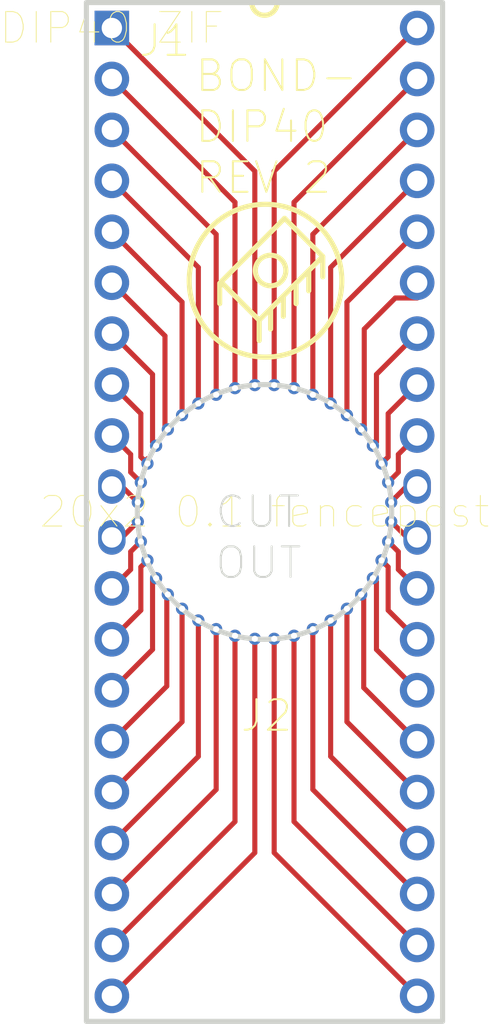
<source format=kicad_pcb>
(kicad_pcb (version 4) (host pcbnew 4.0.7-e2-6376~58~ubuntu16.04.1)

  (general
    (links 40)
    (no_connects 0)
    (area 23.397028 -78.486001 48.267258 -27.431999)
    (thickness 1.6)
    (drawings 27)
    (tracks 105)
    (zones 0)
    (modules 2)
    (nets 41)
  )

  (page A4)
  (layers
    (0 F.Cu signal)
    (31 B.Cu signal)
    (32 B.Adhes user)
    (33 F.Adhes user)
    (34 B.Paste user)
    (35 F.Paste user)
    (36 B.SilkS user)
    (37 F.SilkS user)
    (38 B.Mask user)
    (39 F.Mask user)
    (40 Dwgs.User user)
    (41 Cmts.User user)
    (42 Eco1.User user)
    (43 Eco2.User user)
    (44 Edge.Cuts user)
    (45 Margin user)
    (46 B.CrtYd user)
    (47 F.CrtYd user)
    (48 B.Fab user)
    (49 F.Fab user)
  )

  (setup
    (last_trace_width 0.254)
    (trace_clearance 0.1524)
    (zone_clearance 0.0144)
    (zone_45_only no)
    (trace_min 0.254)
    (segment_width 0.2)
    (edge_width 0.1)
    (via_size 0.889)
    (via_drill 0.635)
    (via_min_size 0.889)
    (via_min_drill 0.508)
    (uvia_size 0.508)
    (uvia_drill 0.127)
    (uvias_allowed no)
    (uvia_min_size 0.508)
    (uvia_min_drill 0.127)
    (pcb_text_width 0.3)
    (pcb_text_size 1.5 1.5)
    (mod_edge_width 0.15)
    (mod_text_size 1 1)
    (mod_text_width 0.15)
    (pad_size 1.5 1.5)
    (pad_drill 0.6)
    (pad_to_mask_clearance 0)
    (aux_axis_origin 0 0)
    (visible_elements 7FFFF77F)
    (pcbplotparams
      (layerselection 0x00030_80000001)
      (usegerberextensions false)
      (excludeedgelayer true)
      (linewidth 0.100000)
      (plotframeref false)
      (viasonmask false)
      (mode 1)
      (useauxorigin false)
      (hpglpennumber 1)
      (hpglpenspeed 20)
      (hpglpendiameter 15)
      (hpglpenoverlay 2)
      (psnegative false)
      (psa4output false)
      (plotreference true)
      (plotvalue true)
      (plotinvisibletext false)
      (padsonsilk false)
      (subtractmaskfromsilk false)
      (outputformat 1)
      (mirror false)
      (drillshape 0)
      (scaleselection 1)
      (outputdirectory GerberOutput/))
  )

  (net 0 "")
  (net 1 P1)
  (net 2 P2)
  (net 3 P3)
  (net 4 P4)
  (net 5 P5)
  (net 6 P6)
  (net 7 P7)
  (net 8 P8)
  (net 9 P9)
  (net 10 P10)
  (net 11 P11)
  (net 12 P12)
  (net 13 P13)
  (net 14 P14)
  (net 15 P15)
  (net 16 P16)
  (net 17 P17)
  (net 18 P18)
  (net 19 P19)
  (net 20 P20)
  (net 21 P21)
  (net 22 P22)
  (net 23 P23)
  (net 24 P24)
  (net 25 P25)
  (net 26 P26)
  (net 27 P27)
  (net 28 P28)
  (net 29 P29)
  (net 30 P30)
  (net 31 P31)
  (net 32 P32)
  (net 33 P33)
  (net 34 P34)
  (net 35 P35)
  (net 36 P36)
  (net 37 P37)
  (net 38 P38)
  (net 39 P39)
  (net 40 P40)

  (net_class Default "This is the default net class."
    (clearance 0.1524)
    (trace_width 0.254)
    (via_dia 0.889)
    (via_drill 0.635)
    (uvia_dia 0.508)
    (uvia_drill 0.127)
    (add_net P1)
    (add_net P10)
    (add_net P11)
    (add_net P12)
    (add_net P13)
    (add_net P14)
    (add_net P15)
    (add_net P16)
    (add_net P17)
    (add_net P18)
    (add_net P19)
    (add_net P2)
    (add_net P20)
    (add_net P21)
    (add_net P22)
    (add_net P23)
    (add_net P24)
    (add_net P25)
    (add_net P26)
    (add_net P27)
    (add_net P28)
    (add_net P29)
    (add_net P3)
    (add_net P30)
    (add_net P31)
    (add_net P32)
    (add_net P33)
    (add_net P34)
    (add_net P35)
    (add_net P36)
    (add_net P37)
    (add_net P38)
    (add_net P39)
    (add_net P4)
    (add_net P40)
    (add_net P5)
    (add_net P6)
    (add_net P7)
    (add_net P8)
    (add_net P9)
  )

  (module DIPF40 (layer F.Cu) (tedit 4289BEAB) (tstamp 539EEDBF)
    (at 29.21 -77.089)
    (path /539EEC0F)
    (attr smd)
    (fp_text reference J1 (at 0 0) (layer F.SilkS) hide
      (effects (font (thickness 0.05)))
    )
    (fp_text value "DIP40 ZIF" (at 0 0) (layer F.SilkS)
      (effects (font (thickness 0.05)))
    )
    (pad 1 thru_hole rect (at 0 0) (size 1.7272 1.7272) (drill 1.016) (layers *.Cu *.Paste *.Mask)
      (net 1 P1))
    (pad 2 thru_hole circle (at 0 2.54) (size 1.7272 1.7272) (drill 1.016) (layers *.Cu *.Paste *.Mask)
      (net 2 P2))
    (pad 3 thru_hole circle (at 0 5.08) (size 1.7272 1.7272) (drill 1.016) (layers *.Cu *.Paste *.Mask)
      (net 3 P3))
    (pad 4 thru_hole circle (at 0 7.62) (size 1.7272 1.7272) (drill 1.016) (layers *.Cu *.Paste *.Mask)
      (net 4 P4))
    (pad 5 thru_hole circle (at 0 10.16) (size 1.7272 1.7272) (drill 1.016) (layers *.Cu *.Paste *.Mask)
      (net 5 P5))
    (pad 6 thru_hole circle (at 0 12.7) (size 1.7272 1.7272) (drill 1.016) (layers *.Cu *.Paste *.Mask)
      (net 6 P6))
    (pad 7 thru_hole circle (at 0 15.24) (size 1.7272 1.7272) (drill 1.016) (layers *.Cu *.Paste *.Mask)
      (net 7 P7))
    (pad 8 thru_hole circle (at 0 17.78) (size 1.7272 1.7272) (drill 1.016) (layers *.Cu *.Paste *.Mask)
      (net 8 P8))
    (pad 9 thru_hole circle (at 0 20.32) (size 1.7272 1.7272) (drill 1.016) (layers *.Cu *.Paste *.Mask)
      (net 9 P9))
    (pad 10 thru_hole oval (at 0 22.86) (size 1.3716 1.7272) (drill 1.016) (layers *.Cu *.Paste *.Mask)
      (net 10 P10))
    (pad 11 thru_hole oval (at 0 25.4) (size 1.3716 1.7272) (drill 1.016) (layers *.Cu *.Paste *.Mask)
      (net 11 P11))
    (pad 12 thru_hole circle (at 0 27.94) (size 1.7272 1.7272) (drill 1.016) (layers *.Cu *.Paste *.Mask)
      (net 12 P12))
    (pad 13 thru_hole circle (at 0 30.48) (size 1.7272 1.7272) (drill 1.016) (layers *.Cu *.Paste *.Mask)
      (net 13 P13))
    (pad 14 thru_hole circle (at 0 33.02) (size 1.7272 1.7272) (drill 1.016) (layers *.Cu *.Paste *.Mask)
      (net 14 P14))
    (pad 15 thru_hole circle (at 0 35.56) (size 1.7272 1.7272) (drill 1.016) (layers *.Cu *.Paste *.Mask)
      (net 15 P15))
    (pad 16 thru_hole circle (at 0 38.1) (size 1.7272 1.7272) (drill 1.016) (layers *.Cu *.Paste *.Mask)
      (net 16 P16))
    (pad 17 thru_hole circle (at 0 40.64) (size 1.7272 1.7272) (drill 1.016) (layers *.Cu *.Paste *.Mask)
      (net 17 P17))
    (pad 18 thru_hole circle (at 0 43.18) (size 1.7272 1.7272) (drill 1.016) (layers *.Cu *.Paste *.Mask)
      (net 18 P18))
    (pad 19 thru_hole circle (at 0 45.72) (size 1.7272 1.7272) (drill 1.016) (layers *.Cu *.Paste *.Mask)
      (net 19 P19))
    (pad 20 thru_hole circle (at 0 48.26) (size 1.7272 1.7272) (drill 1.016) (layers *.Cu *.Paste *.Mask)
      (net 20 P20))
    (pad 40 thru_hole circle (at 15.24 0) (size 1.7272 1.7272) (drill 1.016) (layers *.Cu *.Paste *.Mask)
      (net 40 P40))
    (pad 39 thru_hole circle (at 15.24 2.54) (size 1.7272 1.7272) (drill 1.016) (layers *.Cu *.Paste *.Mask)
      (net 39 P39))
    (pad 38 thru_hole circle (at 15.24 5.08) (size 1.7272 1.7272) (drill 1.016) (layers *.Cu *.Paste *.Mask)
      (net 38 P38))
    (pad 37 thru_hole circle (at 15.24 7.62) (size 1.7272 1.7272) (drill 1.016) (layers *.Cu *.Paste *.Mask)
      (net 37 P37))
    (pad 36 thru_hole circle (at 15.24 10.16) (size 1.7272 1.7272) (drill 1.016) (layers *.Cu *.Paste *.Mask)
      (net 36 P36))
    (pad 35 thru_hole circle (at 15.24 12.7) (size 1.7272 1.7272) (drill 1.016) (layers *.Cu *.Paste *.Mask)
      (net 35 P35))
    (pad 34 thru_hole circle (at 15.24 15.24) (size 1.7272 1.7272) (drill 1.016) (layers *.Cu *.Paste *.Mask)
      (net 34 P34))
    (pad 33 thru_hole circle (at 15.24 17.78) (size 1.7272 1.7272) (drill 1.016) (layers *.Cu *.Paste *.Mask)
      (net 33 P33))
    (pad 32 thru_hole circle (at 15.24 20.32) (size 1.7272 1.7272) (drill 1.016) (layers *.Cu *.Paste *.Mask)
      (net 32 P32))
    (pad 31 thru_hole oval (at 15.24 22.86) (size 1.3716 1.7272) (drill 1.016) (layers *.Cu *.Paste *.Mask)
      (net 31 P31))
    (pad 30 thru_hole oval (at 15.24 25.4) (size 1.3716 1.7272) (drill 1.016) (layers *.Cu *.Paste *.Mask)
      (net 30 P30))
    (pad 29 thru_hole circle (at 15.24 27.94) (size 1.7272 1.7272) (drill 1.016) (layers *.Cu *.Paste *.Mask)
      (net 29 P29))
    (pad 28 thru_hole circle (at 15.24 30.48) (size 1.7272 1.7272) (drill 1.016) (layers *.Cu *.Paste *.Mask)
      (net 28 P28))
    (pad 27 thru_hole circle (at 15.24 33.02) (size 1.7272 1.7272) (drill 1.016) (layers *.Cu *.Paste *.Mask)
      (net 27 P27))
    (pad 26 thru_hole circle (at 15.24 35.56) (size 1.7272 1.7272) (drill 1.016) (layers *.Cu *.Paste *.Mask)
      (net 26 P26))
    (pad 25 thru_hole circle (at 15.24 38.1) (size 1.7272 1.7272) (drill 1.016) (layers *.Cu *.Paste *.Mask)
      (net 25 P25))
    (pad 24 thru_hole circle (at 15.24 40.64) (size 1.7272 1.7272) (drill 1.016) (layers *.Cu *.Paste *.Mask)
      (net 24 P24))
    (pad 23 thru_hole circle (at 15.24 43.18) (size 1.7272 1.7272) (drill 1.016) (layers *.Cu *.Paste *.Mask)
      (net 23 P23))
    (pad 22 thru_hole circle (at 15.24 45.72) (size 1.7272 1.7272) (drill 1.016) (layers *.Cu *.Paste *.Mask)
      (net 22 P22))
    (pad 21 thru_hole circle (at 15.24 48.26) (size 1.7272 1.7272) (drill 1.016) (layers *.Cu *.Paste *.Mask)
      (net 21 P21))
  )

  (module ROUND40-0.5CAST (layer F.Cu) (tedit 4289BEAB) (tstamp 539EEDBF)
    (at 36.83 -52.959)
    (path /539EEC0F)
    (attr smd)
    (fp_text reference J2 (at 0 0) (layer F.SilkS) hide
      (effects (font (thickness 0.05)))
    )
    (fp_text value "20x2 0.1 fencepost" (at 0 0) (layer F.SilkS)
      (effects (font (thickness 0.05)))
    )
    (pad 40 thru_hole circle (at 0.4826 -6.3246 355.5) (size 0.6096 0.6096) (drill 0.3048) (layers *.Cu *.Paste *.Mask)
      (net 40 P40))
    (pad 39 thru_hole circle (at 1.4732 -6.1722 346.5) (size 0.6096 0.6096) (drill 0.3048) (layers *.Cu *.Paste *.Mask)
      (net 39 P39))
    (pad 38 thru_hole circle (at 2.413 -5.842 337.5) (size 0.6096 0.6096) (drill 0.3048) (layers *.Cu *.Paste *.Mask)
      (net 38 P38))
    (pad 37 thru_hole circle (at 3.302 -5.4102 328.5) (size 0.6096 0.6096) (drill 0.3048) (layers *.Cu *.Paste *.Mask)
      (net 37 P37))
    (pad 36 thru_hole circle (at 4.1148 -4.826 319.5) (size 0.6096 0.6096) (drill 0.3048) (layers *.Cu *.Paste *.Mask)
      (net 36 P36))
    (pad 35 thru_hole circle (at 4.826 -4.1148 310.5) (size 0.6096 0.6096) (drill 0.3048) (layers *.Cu *.Paste *.Mask)
      (net 35 P35))
    (pad 34 thru_hole circle (at 5.4102 -3.302 301.5) (size 0.6096 0.6096) (drill 0.3048) (layers *.Cu *.Paste *.Mask)
      (net 34 P34))
    (pad 33 thru_hole circle (at 5.842 -2.413 292.5) (size 0.6096 0.6096) (drill 0.3048) (layers *.Cu *.Paste *.Mask)
      (net 33 P33))
    (pad 32 thru_hole circle (at 6.1722 -1.4732 283.5) (size 0.6096 0.6096) (drill 0.3048) (layers *.Cu *.Paste *.Mask)
      (net 32 P32))
    (pad 31 thru_hole circle (at 6.3246 -0.4826 274.5) (size 0.6096 0.6096) (drill 0.3048) (layers *.Cu *.Paste *.Mask)
      (net 31 P31))
    (pad 30 thru_hole circle (at 6.3246 0.4826 265.5) (size 0.6096 0.6096) (drill 0.3048) (layers *.Cu *.Paste *.Mask)
      (net 30 P30))
    (pad 29 thru_hole circle (at 6.1722 1.4732 256.5) (size 0.6096 0.6096) (drill 0.3048) (layers *.Cu *.Paste *.Mask)
      (net 29 P29))
    (pad 28 thru_hole circle (at 5.842 2.413 247.5) (size 0.6096 0.6096) (drill 0.3048) (layers *.Cu *.Paste *.Mask)
      (net 28 P28))
    (pad 27 thru_hole circle (at 5.4102 3.302 238.5) (size 0.6096 0.6096) (drill 0.3048) (layers *.Cu *.Paste *.Mask)
      (net 27 P27))
    (pad 26 thru_hole circle (at 4.826 4.1148 229.5) (size 0.6096 0.6096) (drill 0.3048) (layers *.Cu *.Paste *.Mask)
      (net 26 P26))
    (pad 25 thru_hole circle (at 4.1148 4.826 220.5) (size 0.6096 0.6096) (drill 0.3048) (layers *.Cu *.Paste *.Mask)
      (net 25 P25))
    (pad 24 thru_hole circle (at 3.302 5.4102 211.5) (size 0.6096 0.6096) (drill 0.3048) (layers *.Cu *.Paste *.Mask)
      (net 24 P24))
    (pad 23 thru_hole circle (at 2.413 5.842 202.5) (size 0.6096 0.6096) (drill 0.3048) (layers *.Cu *.Paste *.Mask)
      (net 23 P23))
    (pad 22 thru_hole circle (at 1.4732 6.1722 193.5) (size 0.6096 0.6096) (drill 0.3048) (layers *.Cu *.Paste *.Mask)
      (net 22 P22))
    (pad 21 thru_hole circle (at 0.4826 6.3246 184.5) (size 0.6096 0.6096) (drill 0.3048) (layers *.Cu *.Paste *.Mask)
      (net 21 P21))
    (pad 20 thru_hole circle (at -0.4826 6.3246 175.5) (size 0.6096 0.6096) (drill 0.3048) (layers *.Cu *.Paste *.Mask)
      (net 20 P20))
    (pad 19 thru_hole circle (at -1.4732 6.1722 166.5) (size 0.6096 0.6096) (drill 0.3048) (layers *.Cu *.Paste *.Mask)
      (net 19 P19))
    (pad 18 thru_hole circle (at -2.413 5.842 157.5) (size 0.6096 0.6096) (drill 0.3048) (layers *.Cu *.Paste *.Mask)
      (net 18 P18))
    (pad 17 thru_hole circle (at -3.302 5.4102 148.5) (size 0.6096 0.6096) (drill 0.3048) (layers *.Cu *.Paste *.Mask)
      (net 17 P17))
    (pad 16 thru_hole circle (at -4.1148 4.826 139.5) (size 0.6096 0.6096) (drill 0.3048) (layers *.Cu *.Paste *.Mask)
      (net 16 P16))
    (pad 15 thru_hole circle (at -4.826 4.1148 130.5) (size 0.6096 0.6096) (drill 0.3048) (layers *.Cu *.Paste *.Mask)
      (net 15 P15))
    (pad 14 thru_hole circle (at -5.4102 3.302 121.5) (size 0.6096 0.6096) (drill 0.3048) (layers *.Cu *.Paste *.Mask)
      (net 14 P14))
    (pad 13 thru_hole circle (at -5.842 2.413 112.5) (size 0.6096 0.6096) (drill 0.3048) (layers *.Cu *.Paste *.Mask)
      (net 13 P13))
    (pad 12 thru_hole circle (at -6.1722 1.4732 103.5) (size 0.6096 0.6096) (drill 0.3048) (layers *.Cu *.Paste *.Mask)
      (net 12 P12))
    (pad 11 thru_hole circle (at -6.3246 0.4826 94.5) (size 0.6096 0.6096) (drill 0.3048) (layers *.Cu *.Paste *.Mask)
      (net 11 P11))
    (pad 10 thru_hole circle (at -6.3246 -0.4826 85.5) (size 0.6096 0.6096) (drill 0.3048) (layers *.Cu *.Paste *.Mask)
      (net 10 P10))
    (pad 9 thru_hole circle (at -6.1722 -1.4732 76.5) (size 0.6096 0.6096) (drill 0.3048) (layers *.Cu *.Paste *.Mask)
      (net 9 P9))
    (pad 8 thru_hole circle (at -5.842 -2.413 67.5) (size 0.6096 0.6096) (drill 0.3048) (layers *.Cu *.Paste *.Mask)
      (net 8 P8))
    (pad 7 thru_hole circle (at -5.4102 -3.302 58.5) (size 0.6096 0.6096) (drill 0.3048) (layers *.Cu *.Paste *.Mask)
      (net 7 P7))
    (pad 6 thru_hole circle (at -4.826 -4.1148 49.5) (size 0.6096 0.6096) (drill 0.3048) (layers *.Cu *.Paste *.Mask)
      (net 6 P6))
    (pad 5 thru_hole circle (at -4.1148 -4.826 40.5) (size 0.6096 0.6096) (drill 0.3048) (layers *.Cu *.Paste *.Mask)
      (net 5 P5))
    (pad 4 thru_hole circle (at -3.302 -5.4102 31.5) (size 0.6096 0.6096) (drill 0.3048) (layers *.Cu *.Paste *.Mask)
      (net 4 P4))
    (pad 3 thru_hole circle (at -2.413 -5.842 22.5) (size 0.6096 0.6096) (drill 0.3048) (layers *.Cu *.Paste *.Mask)
      (net 3 P3))
    (pad 2 thru_hole circle (at -1.4732 -6.1722 13.5) (size 0.6096 0.6096) (drill 0.3048) (layers *.Cu *.Paste *.Mask)
      (net 2 P2))
    (pad 1 thru_hole circle (at -0.4826 -6.3246 4.5) (size 0.6096 0.6096) (drill 0.3048) (layers *.Cu *.Paste *.Mask)
      (net 1 P1))
  )

  (gr_arc (start 36.83 -52.959) (end 43.18 -52.959) (angle -360) (layer Edge.Cuts) (width 0.254))
  (gr_arc (start 36.8808 -64.4906) (end 40.6908 -64.4906) (angle -360) (layer F.SilkS) (width 0.254))
  (gr_arc (start 37.1348 -64.9986) (end 37.8968 -64.9986) (angle -360) (layer F.SilkS) (width 0.254))
  (gr_arc (start 36.83 -78.359) (end 36.195 -78.359) (angle -180) (layer F.SilkS) (width 0.254))
  (gr_line (start 27.94 -78.359) (end 45.72 -78.359) (layer Edge.Cuts) (width 0.254))
  (gr_line (start 27.94 -27.559) (end 27.94 -78.359) (layer Edge.Cuts) (width 0.254))
  (gr_line (start 27.94 -27.559) (end 45.72 -27.559) (layer Edge.Cuts) (width 0.254))
  (gr_line (start 45.72 -27.559) (end 45.72 -78.359) (layer Edge.Cuts) (width 0.254))
  (gr_line (start 39.7383 -64.6811) (end 39.7383 -65.6971) (layer F.SilkS) (width 0.254))
  (gr_line (start 39.0398 -63.9826) (end 39.0398 -64.9986) (layer F.SilkS) (width 0.254))
  (gr_line (start 38.4048 -63.3476) (end 38.4048 -64.3636) (layer F.SilkS) (width 0.254))
  (gr_line (start 37.7698 -62.7126) (end 37.7698 -63.7286) (layer F.SilkS) (width 0.254))
  (gr_line (start 37.1348 -62.0776) (end 37.1348 -63.0936) (layer F.SilkS) (width 0.254))
  (gr_line (start 36.5633 -61.5061) (end 36.5633 -62.5221) (layer F.SilkS) (width 0.254))
  (gr_line (start 34.5948 -63.3476) (end 34.5948 -64.3636) (layer F.SilkS) (width 0.254))
  (gr_line (start 34.6583 -64.4271) (end 34.7218 -64.4906) (layer F.SilkS) (width 0.254))
  (gr_line (start 36.5633 -62.5221) (end 39.7383 -65.6971) (layer F.SilkS) (width 0.254))
  (gr_line (start 34.6583 -64.4271) (end 37.8333 -67.6021) (layer F.SilkS) (width 0.254))
  (gr_line (start 37.8333 -67.6021) (end 39.7383 -65.6971) (layer F.SilkS) (width 0.254))
  (gr_line (start 34.6583 -64.4271) (end 36.5633 -62.5221) (layer F.SilkS) (width 0.254))
  (gr_text BOND- (at 33.2994 -74.7014) (layer F.SilkS)
    (effects (font (thickness 0.1)) (justify left))
  )
  (gr_text "REV 2" (at 33.2994 -69.6214) (layer F.SilkS)
    (effects (font (thickness 0.1)) (justify left))
  )
  (gr_text DIP40 (at 33.2994 -72.1614) (layer F.SilkS)
    (effects (font (thickness 0.1)) (justify left))
  )
  (gr_text J1 (at 30.48 -76.454) (layer F.SilkS)
    (effects (font (thickness 0.1)) (justify left))
  )
  (gr_text J2 (at 35.56 -42.799) (layer F.SilkS)
    (effects (font (thickness 0.1)) (justify left))
  )
  (gr_text CUT (at 34.29 -52.959) (layer Edge.Cuts)
    (effects (font (thickness 0.1)) (justify left))
  )
  (gr_text OUT (at 34.29 -50.419) (layer Edge.Cuts)
    (effects (font (thickness 0.1)) (justify left))
  )

  (segment (start 29.21 -77.089) (end 36.3474 -69.9516) (width 0.254) (layer F.Cu) (net 1))
  (segment (start 36.3474 -59.2836) (end 36.3474 -69.9516) (width 0.254) (layer F.Cu) (net 1))
  (segment (start 35.3568 -59.1312) (end 35.3568 -68.4022) (width 0.254) (layer F.Cu) (net 2))
  (segment (start 29.21 -74.549) (end 35.3568 -68.4022) (width 0.254) (layer F.Cu) (net 2))
  (segment (start 34.417 -58.801) (end 34.417 -66.802) (width 0.254) (layer F.Cu) (net 3))
  (segment (start 29.21 -72.009) (end 34.417 -66.802) (width 0.254) (layer F.Cu) (net 3))
  (segment (start 33.528 -58.3692) (end 33.528 -65.151) (width 0.254) (layer F.Cu) (net 4))
  (segment (start 29.21 -69.469) (end 33.528 -65.151) (width 0.254) (layer F.Cu) (net 4))
  (segment (start 32.7152 -57.785) (end 32.7152 -63.4238) (width 0.254) (layer F.Cu) (net 5))
  (segment (start 29.21 -66.929) (end 32.7152 -63.4238) (width 0.254) (layer F.Cu) (net 5))
  (segment (start 31.86247 -57.21533) (end 32.004 -57.0738) (width 0.254) (layer F.Cu) (net 6))
  (segment (start 31.86247 -57.21533) (end 31.86247 -61.73653) (width 0.254) (layer F.Cu) (net 6))
  (segment (start 29.21 -64.389) (end 31.86247 -61.73653) (width 0.254) (layer F.Cu) (net 6))
  (segment (start 31.242 -56.4388) (end 31.4198 -56.261) (width 0.254) (layer F.Cu) (net 7))
  (segment (start 31.242 -56.4388) (end 31.242 -59.817) (width 0.254) (layer F.Cu) (net 7))
  (segment (start 29.21 -61.849) (end 31.242 -59.817) (width 0.254) (layer F.Cu) (net 7))
  (segment (start 30.988 -55.372) (end 30.988 -55.61517) (width 0.254) (layer F.Cu) (net 8))
  (segment (start 30.6578 -55.7022) (end 30.988 -55.372) (width 0.254) (layer F.Cu) (net 8))
  (segment (start 30.6578 -55.7022) (end 30.6578 -57.8612) (width 0.254) (layer F.Cu) (net 8))
  (segment (start 29.21 -59.309) (end 30.6578 -57.8612) (width 0.254) (layer F.Cu) (net 8))
  (segment (start 30.1498 -54.9402) (end 30.6578 -54.4322) (width 0.254) (layer F.Cu) (net 9))
  (segment (start 29.21 -56.769) (end 30.1498 -55.8292) (width 0.254) (layer F.Cu) (net 9))
  (segment (start 30.1498 -54.9402) (end 30.1498 -55.8292) (width 0.254) (layer F.Cu) (net 9))
  (segment (start 29.718 -54.229) (end 30.5054 -53.4416) (width 0.254) (layer F.Cu) (net 10))
  (segment (start 29.21 -54.229) (end 29.718 -54.229) (width 0.254) (layer F.Cu) (net 10))
  (segment (start 29.718 -51.689) (end 30.5054 -52.4764) (width 0.254) (layer F.Cu) (net 11))
  (segment (start 29.21 -51.689) (end 29.718 -51.689) (width 0.254) (layer F.Cu) (net 11))
  (segment (start 30.1498 -50.9778) (end 30.6578 -51.4858) (width 0.254) (layer F.Cu) (net 12))
  (segment (start 30.1498 -50.0888) (end 30.1498 -50.9778) (width 0.254) (layer F.Cu) (net 12))
  (segment (start 29.21 -49.149) (end 30.1498 -50.0888) (width 0.254) (layer F.Cu) (net 12))
  (segment (start 29.21 -46.609) (end 30.6578 -48.0568) (width 0.254) (layer F.Cu) (net 13))
  (segment (start 30.6578 -48.0568) (end 30.6578 -50.2158) (width 0.254) (layer F.Cu) (net 13))
  (segment (start 30.6578 -50.2158) (end 30.988 -50.546) (width 0.254) (layer F.Cu) (net 13))
  (segment (start 31.242 -46.101) (end 31.242 -49.6062) (width 0.254) (layer F.Cu) (net 14))
  (segment (start 29.21 -44.069) (end 31.242 -46.101) (width 0.254) (layer F.Cu) (net 14))
  (segment (start 31.4198 -49.6062) (end 31.4198 -49.657) (width 0.254) (layer F.Cu) (net 14))
  (segment (start 31.242 -49.6062) (end 31.4198 -49.6062) (width 0.254) (layer F.Cu) (net 14))
  (segment (start 31.9532 -48.8442) (end 32.004 -48.8442) (width 0.254) (layer F.Cu) (net 15))
  (segment (start 29.21 -41.529) (end 31.9532 -44.2722) (width 0.254) (layer F.Cu) (net 15))
  (segment (start 31.9532 -44.2722) (end 31.9532 -48.8442) (width 0.254) (layer F.Cu) (net 15))
  (segment (start 32.7152 -42.4942) (end 32.7152 -48.133) (width 0.254) (layer F.Cu) (net 16))
  (segment (start 29.21 -38.989) (end 32.7152 -42.4942) (width 0.254) (layer F.Cu) (net 16))
  (segment (start 33.528 -40.767) (end 33.528 -47.5488) (width 0.254) (layer F.Cu) (net 17))
  (segment (start 29.21 -36.449) (end 33.528 -40.767) (width 0.254) (layer F.Cu) (net 17))
  (segment (start 34.417 -39.116) (end 34.417 -47.117) (width 0.254) (layer F.Cu) (net 18))
  (segment (start 29.21 -33.909) (end 34.417 -39.116) (width 0.254) (layer F.Cu) (net 18))
  (segment (start 35.3568 -37.5158) (end 35.3568 -46.7868) (width 0.254) (layer F.Cu) (net 19))
  (segment (start 29.21 -31.369) (end 35.3568 -37.5158) (width 0.254) (layer F.Cu) (net 19))
  (segment (start 36.3474 -35.9664) (end 36.3474 -46.6344) (width 0.254) (layer F.Cu) (net 20))
  (segment (start 29.21 -28.829) (end 36.3474 -35.9664) (width 0.254) (layer F.Cu) (net 20))
  (segment (start 37.3126 -35.9664) (end 44.45 -28.829) (width 0.254) (layer F.Cu) (net 21))
  (segment (start 37.3126 -35.9664) (end 37.3126 -46.6344) (width 0.254) (layer F.Cu) (net 21))
  (segment (start 38.3032 -37.5158) (end 38.3032 -46.7868) (width 0.254) (layer F.Cu) (net 22))
  (segment (start 38.3032 -37.5158) (end 44.45 -31.369) (width 0.254) (layer F.Cu) (net 22))
  (segment (start 39.243 -39.116) (end 39.243 -47.117) (width 0.254) (layer F.Cu) (net 23))
  (segment (start 39.243 -39.116) (end 44.45 -33.909) (width 0.254) (layer F.Cu) (net 23))
  (segment (start 40.132 -40.767) (end 40.132 -47.5488) (width 0.254) (layer F.Cu) (net 24))
  (segment (start 40.132 -40.767) (end 44.45 -36.449) (width 0.254) (layer F.Cu) (net 24))
  (segment (start 40.9448 -42.4942) (end 40.9448 -48.133) (width 0.254) (layer F.Cu) (net 25))
  (segment (start 40.9448 -42.4942) (end 44.45 -38.989) (width 0.254) (layer F.Cu) (net 25))
  (segment (start 41.656 -48.8442) (end 41.783 -48.7172) (width 0.254) (layer F.Cu) (net 26))
  (segment (start 41.783 -44.196) (end 41.783 -48.7172) (width 0.254) (layer F.Cu) (net 26))
  (segment (start 41.783 -44.196) (end 44.45 -41.529) (width 0.254) (layer F.Cu) (net 26))
  (segment (start 42.418 -46.101) (end 42.418 -49.4792) (width 0.254) (layer F.Cu) (net 27))
  (segment (start 42.2402 -49.657) (end 42.418 -49.4792) (width 0.254) (layer F.Cu) (net 27))
  (segment (start 42.418 -46.101) (end 44.45 -44.069) (width 0.254) (layer F.Cu) (net 27))
  (segment (start 43.0022 -48.0568) (end 43.0022 -50.2158) (width 0.254) (layer F.Cu) (net 28))
  (segment (start 43.0022 -48.0568) (end 44.45 -46.609) (width 0.254) (layer F.Cu) (net 28))
  (segment (start 42.672 -50.546) (end 43.0022 -50.2158) (width 0.254) (layer F.Cu) (net 28))
  (segment (start 43.5102 -50.0888) (end 44.45 -49.149) (width 0.254) (layer F.Cu) (net 29))
  (segment (start 43.5102 -50.0888) (end 43.5102 -50.9778) (width 0.254) (layer F.Cu) (net 29))
  (segment (start 43.0022 -51.4858) (end 43.5102 -50.9778) (width 0.254) (layer F.Cu) (net 29))
  (segment (start 44.45 -49.149) (end 44.45 -49.84567) (width 0.254) (layer F.Cu) (net 29))
  (segment (start 43.0022 -51.29347) (end 43.0022 -51.4858) (width 0.254) (layer F.Cu) (net 29))
  (segment (start 43.942 -51.689) (end 44.45 -51.689) (width 0.254) (layer B.Cu) (net 30))
  (segment (start 43.1546 -52.4764) (end 43.942 -51.689) (width 0.254) (layer F.Cu) (net 30))
  (segment (start 43.1546 -53.4416) (end 43.1546 -53.467) (width 0.254) (layer B.Cu) (net 31))
  (segment (start 43.9166 -54.229) (end 44.45 -54.229) (width 0.254) (layer B.Cu) (net 31))
  (segment (start 43.1546 -53.467) (end 43.9166 -54.229) (width 0.254) (layer F.Cu) (net 31))
  (segment (start 43.0022 -54.4322) (end 43.5102 -54.9402) (width 0.254) (layer F.Cu) (net 32))
  (segment (start 43.0022 -54.4322) (end 43.0022 -54.62453) (width 0.254) (layer F.Cu) (net 32))
  (segment (start 43.5102 -55.8292) (end 44.45 -56.769) (width 0.254) (layer F.Cu) (net 32))
  (segment (start 43.5102 -54.9402) (end 43.5102 -55.8292) (width 0.254) (layer F.Cu) (net 32))
  (segment (start 44.45 -56.07233) (end 44.45 -56.769) (width 0.254) (layer F.Cu) (net 32))
  (segment (start 42.672 -55.372) (end 43.0022 -55.7022) (width 0.254) (layer F.Cu) (net 33))
  (segment (start 43.0022 -55.7022) (end 43.0022 -57.8612) (width 0.254) (layer F.Cu) (net 33))
  (segment (start 43.0022 -57.8612) (end 44.45 -59.309) (width 0.254) (layer F.Cu) (net 33))
  (segment (start 42.2402 -56.261) (end 42.418 -56.4388) (width 0.254) (layer F.Cu) (net 34))
  (segment (start 42.418 -56.4388) (end 42.418 -59.817) (width 0.254) (layer F.Cu) (net 34))
  (segment (start 42.418 -59.817) (end 44.45 -61.849) (width 0.254) (layer F.Cu) (net 34))
  (segment (start 41.656 -57.0738) (end 41.8084 -57.2262) (width 0.254) (layer F.Cu) (net 35))
  (segment (start 41.8084 -57.2262) (end 41.8084 -62.0776) (width 0.254) (layer F.Cu) (net 35))
  (segment (start 41.8084 -62.0776) (end 43.3578 -63.627) (width 0.254) (layer F.Cu) (net 35))
  (segment (start 44.45 -63.627) (end 44.45 -64.389) (width 0.254) (layer F.Cu) (net 35))
  (segment (start 43.3578 -63.627) (end 44.45 -63.627) (width 0.254) (layer F.Cu) (net 35))
  (segment (start 40.9448 -57.785) (end 40.9448 -63.4238) (width 0.254) (layer F.Cu) (net 36))
  (segment (start 40.9448 -63.4238) (end 44.45 -66.929) (width 0.254) (layer F.Cu) (net 36))
  (segment (start 40.132 -58.3692) (end 40.132 -65.151) (width 0.254) (layer F.Cu) (net 37))
  (segment (start 40.132 -65.151) (end 44.45 -69.469) (width 0.254) (layer F.Cu) (net 37))
  (segment (start 39.243 -58.801) (end 39.243 -66.802) (width 0.254) (layer F.Cu) (net 38))
  (segment (start 39.243 -66.802) (end 44.45 -72.009) (width 0.254) (layer F.Cu) (net 38))
  (segment (start 38.3032 -59.1312) (end 38.3032 -68.4022) (width 0.254) (layer F.Cu) (net 39))
  (segment (start 38.3032 -68.4022) (end 44.45 -74.549) (width 0.254) (layer F.Cu) (net 39))
  (segment (start 37.3126 -59.2836) (end 37.3126 -69.9516) (width 0.254) (layer F.Cu) (net 40))
  (segment (start 37.3126 -69.9516) (end 44.45 -77.089) (width 0.254) (layer F.Cu) (net 40))

)

</source>
